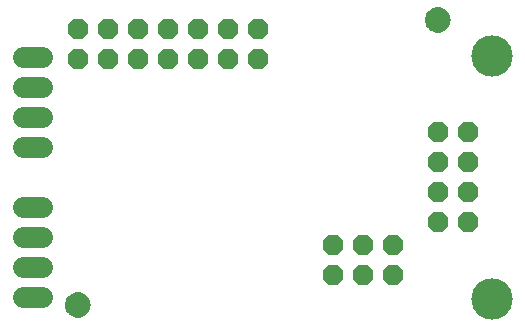
<source format=gts>
G75*
G70*
%OFA0B0*%
%FSLAX24Y24*%
%IPPOS*%
%LPD*%
%AMOC8*
5,1,8,0,0,1.08239X$1,22.5*
%
%ADD10OC8,0.0680*%
%ADD11C,0.1379*%
%ADD12C,0.0050*%
%ADD13C,0.0714*%
D10*
X015287Y002680D03*
X016287Y002680D03*
X017287Y002680D03*
X017287Y003680D03*
X016287Y003680D03*
X015287Y003680D03*
X018787Y004430D03*
X019787Y004430D03*
X019787Y005430D03*
X018787Y005430D03*
X018787Y006430D03*
X019787Y006430D03*
X019787Y007430D03*
X018787Y007430D03*
X012787Y009860D03*
X011787Y009860D03*
X010787Y009860D03*
X009787Y009860D03*
X008787Y009860D03*
X007787Y009860D03*
X006787Y009860D03*
X006787Y010860D03*
X007787Y010860D03*
X008787Y010860D03*
X009787Y010860D03*
X010787Y010860D03*
X011787Y010860D03*
X012787Y010860D03*
D11*
X020587Y009960D03*
X020587Y001860D03*
D12*
X007181Y001680D02*
X007175Y001612D01*
X007157Y001545D01*
X007128Y001483D01*
X007089Y001427D01*
X007041Y001378D01*
X006984Y001339D01*
X006922Y001310D01*
X006856Y001292D01*
X006787Y001286D01*
X006719Y001292D01*
X006653Y001310D01*
X006591Y001339D01*
X006534Y001378D01*
X006486Y001427D01*
X006447Y001483D01*
X006418Y001545D01*
X006400Y001612D01*
X006394Y001680D01*
X006400Y001748D01*
X006418Y001815D01*
X006447Y001877D01*
X006486Y001933D01*
X006534Y001982D01*
X006591Y002021D01*
X006653Y002050D01*
X006719Y002068D01*
X006787Y002074D01*
X006856Y002068D01*
X006922Y002050D01*
X006984Y002021D01*
X007041Y001982D01*
X007089Y001933D01*
X007128Y001877D01*
X007157Y001815D01*
X007175Y001748D01*
X007181Y001680D01*
X007181Y001684D02*
X006394Y001684D01*
X006398Y001732D02*
X007177Y001732D01*
X007167Y001781D02*
X006408Y001781D01*
X006424Y001829D02*
X007151Y001829D01*
X007128Y001878D02*
X006447Y001878D01*
X006481Y001926D02*
X007094Y001926D01*
X007048Y001975D02*
X006527Y001975D01*
X006595Y002023D02*
X006980Y002023D01*
X006813Y002072D02*
X006762Y002072D01*
X006398Y001635D02*
X007177Y001635D01*
X007168Y001587D02*
X006406Y001587D01*
X006421Y001538D02*
X007154Y001538D01*
X007131Y001490D02*
X006444Y001490D01*
X006476Y001441D02*
X007099Y001441D01*
X007055Y001393D02*
X006520Y001393D01*
X006584Y001344D02*
X006991Y001344D01*
X006868Y001296D02*
X006707Y001296D01*
X018653Y010810D02*
X018719Y010792D01*
X018787Y010786D01*
X018856Y010792D01*
X018922Y010810D01*
X018984Y010839D01*
X019041Y010878D01*
X019089Y010927D01*
X019128Y010983D01*
X019157Y011045D01*
X019175Y011112D01*
X019181Y011180D01*
X019175Y011248D01*
X019157Y011315D01*
X019128Y011377D01*
X019089Y011433D01*
X019041Y011482D01*
X018984Y011521D01*
X018922Y011550D01*
X018856Y011568D01*
X018787Y011574D01*
X018719Y011568D01*
X018653Y011550D01*
X018591Y011521D01*
X018534Y011482D01*
X018486Y011433D01*
X018447Y011377D01*
X018418Y011315D01*
X018400Y011248D01*
X018394Y011180D01*
X018400Y011112D01*
X018418Y011045D01*
X018447Y010983D01*
X018486Y010927D01*
X018534Y010878D01*
X018591Y010839D01*
X018653Y010810D01*
X018685Y010802D02*
X018890Y010802D01*
X019000Y010850D02*
X018575Y010850D01*
X018514Y010899D02*
X019061Y010899D01*
X019103Y010947D02*
X018472Y010947D01*
X018441Y010996D02*
X019134Y010996D01*
X019157Y011044D02*
X018418Y011044D01*
X018405Y011093D02*
X019170Y011093D01*
X019178Y011141D02*
X018397Y011141D01*
X018395Y011190D02*
X019180Y011190D01*
X019176Y011238D02*
X018399Y011238D01*
X018410Y011287D02*
X019165Y011287D01*
X019148Y011335D02*
X018427Y011335D01*
X018451Y011384D02*
X019124Y011384D01*
X019090Y011432D02*
X018485Y011432D01*
X018533Y011481D02*
X019042Y011481D01*
X018967Y011529D02*
X018608Y011529D01*
D13*
X005604Y001930D02*
X004971Y001930D01*
X004971Y002930D02*
X005604Y002930D01*
X005604Y003930D02*
X004971Y003930D01*
X004971Y004930D02*
X005604Y004930D01*
X005604Y006930D02*
X004971Y006930D01*
X004971Y007930D02*
X005604Y007930D01*
X005604Y008930D02*
X004971Y008930D01*
X004971Y009930D02*
X005604Y009930D01*
M02*

</source>
